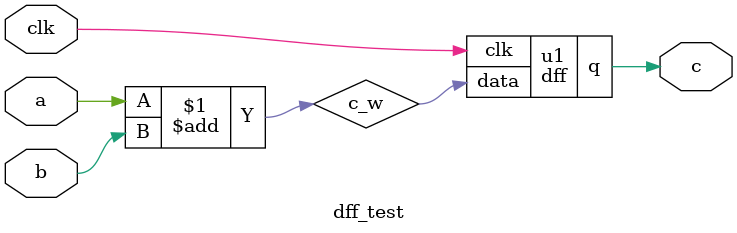
<source format=v>
module dff(data,clk,q);
input data; // Data input 
input clk; // clock input 
output reg q; // output Q 

always @(posedge clk) 
begin
 q <= data; 
end
 
endmodule 

module dff_test (a,b,clk,c);
input a,b; // Data input 
input clk; // clock input 
output  c; // output Q 

wire c_w;
assign c_w=a+b;


dff u1(c_w,clk,c);

 
endmodule 
</source>
